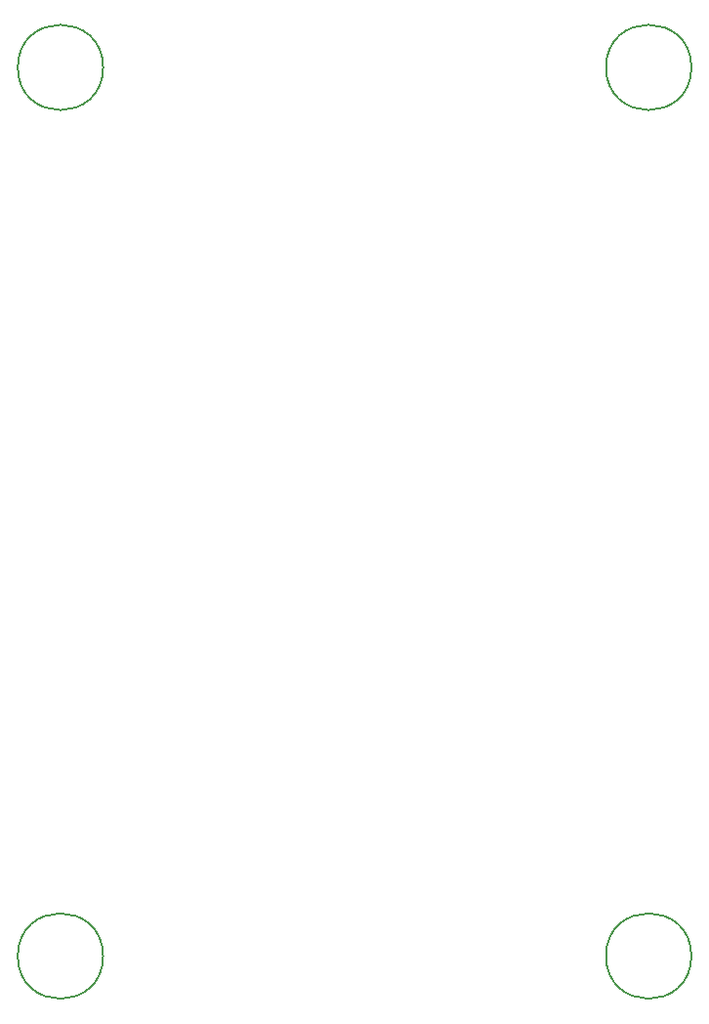
<source format=gbr>
%TF.GenerationSoftware,KiCad,Pcbnew,7.0.5*%
%TF.CreationDate,2023-07-03T18:28:24-04:00*%
%TF.ProjectId,Weather_ESP32,57656174-6865-4725-9f45-535033322e6b,v2*%
%TF.SameCoordinates,Original*%
%TF.FileFunction,Other,Comment*%
%FSLAX46Y46*%
G04 Gerber Fmt 4.6, Leading zero omitted, Abs format (unit mm)*
G04 Created by KiCad (PCBNEW 7.0.5) date 2023-07-03 18:28:24*
%MOMM*%
%LPD*%
G01*
G04 APERTURE LIST*
%ADD10C,0.150000*%
G04 APERTURE END LIST*
D10*
%TO.C,H1*%
X179700000Y-140000000D02*
G75*
G03*
X179700000Y-140000000I-3700000J0D01*
G01*
%TO.C,H2*%
X128700000Y-63000000D02*
G75*
G03*
X128700000Y-63000000I-3700000J0D01*
G01*
%TO.C,H3*%
X179700000Y-63000000D02*
G75*
G03*
X179700000Y-63000000I-3700000J0D01*
G01*
%TO.C,H4*%
X128700000Y-140000000D02*
G75*
G03*
X128700000Y-140000000I-3700000J0D01*
G01*
%TD*%
M02*

</source>
